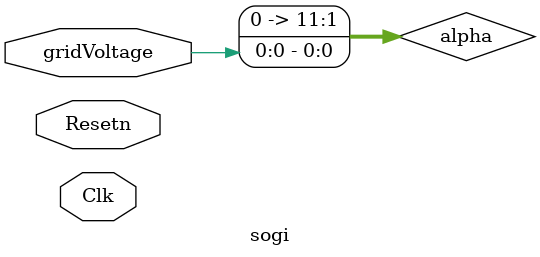
<source format=v>

/*
Copyright (c) 2014-2022 Luiz Carlos Gili

Permission is hereby granted, free of charge, to any person obtaining a copy
of this software and associated documentation files (the "Software"), to deal
in the Software without restriction, including without limitation the rights
to use, copy, modify, merge, publish, distribute, sublicense, and/or sell
copies of the Software, and to permit persons to whom the Software is
furnished to do so, subject to the following conditions:

The above copyright notice and this permission notice shall be included in
all copies or substantial portions of the Software.

THE SOFTWARE IS PROVIDED "AS IS", WITHOUT WARRANTY OF ANY KIND, EXPRESS OR
IMPLIED, INCLUDING BUT NOT LIMITED TO THE WARRANTIES OF MERCHANTABILITY
FITNESS FOR A PARTICULAR PURPOSE AND NONINFRINGEMENT. IN NO EVENT SHALL THE
AUTHORS OR COPYRIGHT HOLDERS BE LIABLE FOR ANY CLAIM, DAMAGES OR OTHER
LIABILITY, WHETHER IN AN ACTION OF CONTRACT, TORT OR OTHERWISE, ARISING FROM,
OUT OF OR IN CONNECTION WITH THE SOFTWARE OR THE USE OR OTHER DEALINGS IN
THE SOFTWARE.
*/

// Language: Verilog 2001

`timescale 1ns / 1ps

module sogi#
(
    parameter DATA_WIDTH = 12,
    parameter RESOLUTION = 32000
)
(
    input wire Clk,
    input wire Resetn,

    input gridVoltage
);

reg signed [DATA_WIDTH-1:0] alpha;
reg signed [DATA_WIDTH-1:0] beta;
reg signed [DATA_WIDTH-1:0] v_alpha_out_90;
reg signed [DATA_WIDTH-1:0] erro_alpha;

assign alpha =  gridVoltage;





endmodule
</source>
